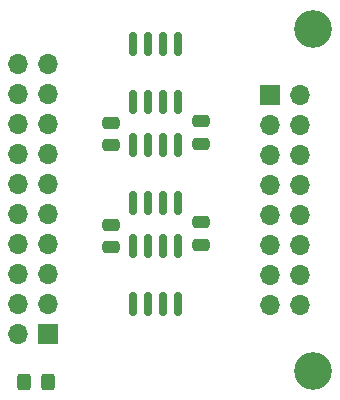
<source format=gts>
G04 #@! TF.GenerationSoftware,KiCad,Pcbnew,(6.0.6)*
G04 #@! TF.CreationDate,2022-08-29T15:05:00+02:00*
G04 #@! TF.ProjectId,analog-buffer-six-channels,616e616c-6f67-42d6-9275-666665722d73,rev?*
G04 #@! TF.SameCoordinates,Original*
G04 #@! TF.FileFunction,Soldermask,Top*
G04 #@! TF.FilePolarity,Negative*
%FSLAX46Y46*%
G04 Gerber Fmt 4.6, Leading zero omitted, Abs format (unit mm)*
G04 Created by KiCad (PCBNEW (6.0.6)) date 2022-08-29 15:05:00*
%MOMM*%
%LPD*%
G01*
G04 APERTURE LIST*
G04 Aperture macros list*
%AMRoundRect*
0 Rectangle with rounded corners*
0 $1 Rounding radius*
0 $2 $3 $4 $5 $6 $7 $8 $9 X,Y pos of 4 corners*
0 Add a 4 corners polygon primitive as box body*
4,1,4,$2,$3,$4,$5,$6,$7,$8,$9,$2,$3,0*
0 Add four circle primitives for the rounded corners*
1,1,$1+$1,$2,$3*
1,1,$1+$1,$4,$5*
1,1,$1+$1,$6,$7*
1,1,$1+$1,$8,$9*
0 Add four rect primitives between the rounded corners*
20,1,$1+$1,$2,$3,$4,$5,0*
20,1,$1+$1,$4,$5,$6,$7,0*
20,1,$1+$1,$6,$7,$8,$9,0*
20,1,$1+$1,$8,$9,$2,$3,0*%
G04 Aperture macros list end*
%ADD10C,3.200000*%
%ADD11RoundRect,0.150000X-0.150000X0.825000X-0.150000X-0.825000X0.150000X-0.825000X0.150000X0.825000X0*%
%ADD12RoundRect,0.250000X-0.475000X0.250000X-0.475000X-0.250000X0.475000X-0.250000X0.475000X0.250000X0*%
%ADD13R,1.700000X1.700000*%
%ADD14O,1.700000X1.700000*%
%ADD15RoundRect,0.250000X0.475000X-0.250000X0.475000X0.250000X-0.475000X0.250000X-0.475000X-0.250000X0*%
%ADD16RoundRect,0.250000X-0.325000X-0.450000X0.325000X-0.450000X0.325000X0.450000X-0.325000X0.450000X0*%
G04 APERTURE END LIST*
D10*
X81508600Y-35788600D03*
X81508600Y-64770000D03*
D11*
X70076700Y-45618400D03*
X68806700Y-45618400D03*
X67536700Y-45618400D03*
X66266700Y-45618400D03*
X66266700Y-50568400D03*
X67536700Y-50568400D03*
X68806700Y-50568400D03*
X70076700Y-50568400D03*
D12*
X72009000Y-43652400D03*
X72009000Y-45552400D03*
D13*
X59066200Y-61678900D03*
D14*
X56526200Y-61678900D03*
X59066200Y-59138900D03*
X56526200Y-59138900D03*
X59066200Y-56598900D03*
X56526200Y-56598900D03*
X59066200Y-54058900D03*
X56526200Y-54058900D03*
X59066200Y-51518900D03*
X56526200Y-51518900D03*
X59066200Y-48978900D03*
X56526200Y-48978900D03*
X59066200Y-46438900D03*
X56526200Y-46438900D03*
X59066200Y-43898900D03*
X56526200Y-43898900D03*
X59066200Y-41358900D03*
X56526200Y-41358900D03*
X59066200Y-38818900D03*
X56526200Y-38818900D03*
D12*
X71983600Y-52212200D03*
X71983600Y-54112200D03*
D15*
X64363600Y-54300200D03*
X64363600Y-52400200D03*
D11*
X70102100Y-37087000D03*
X68832100Y-37087000D03*
X67562100Y-37087000D03*
X66292100Y-37087000D03*
X66292100Y-42037000D03*
X67562100Y-42037000D03*
X68832100Y-42037000D03*
X70102100Y-42037000D03*
X70102100Y-54167000D03*
X68832100Y-54167000D03*
X67562100Y-54167000D03*
X66292100Y-54167000D03*
X66292100Y-59117000D03*
X67562100Y-59117000D03*
X68832100Y-59117000D03*
X70102100Y-59117000D03*
D16*
X57014000Y-65735200D03*
X59064000Y-65735200D03*
D13*
X77890600Y-41378900D03*
D14*
X80430600Y-41378900D03*
X77890600Y-43918900D03*
X80430600Y-43918900D03*
X77890600Y-46458900D03*
X80430600Y-46458900D03*
X77890600Y-48998900D03*
X80430600Y-48998900D03*
X77890600Y-51538900D03*
X80430600Y-51538900D03*
X77890600Y-54078900D03*
X80430600Y-54078900D03*
X77890600Y-56618900D03*
X80430600Y-56618900D03*
X77890600Y-59158900D03*
X80430600Y-59158900D03*
D15*
X64389000Y-45654000D03*
X64389000Y-43754000D03*
M02*

</source>
